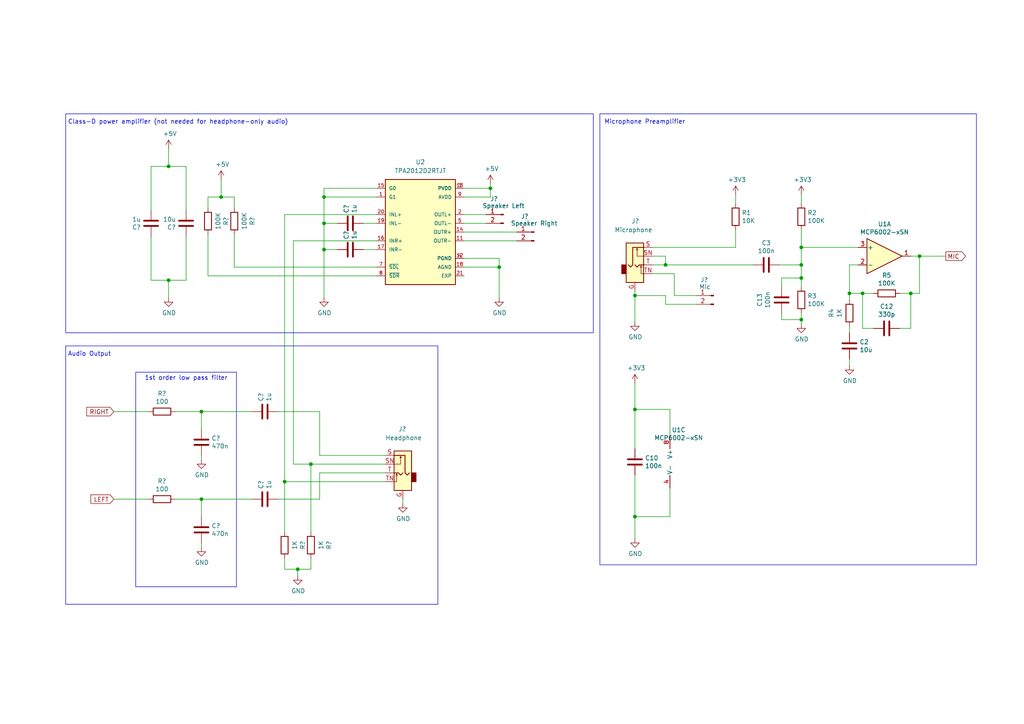
<source format=kicad_sch>
(kicad_sch (version 20230121) (generator eeschema)
  (paper "A4")
  (lib_symbols
    (symbol "Amplifier_Operational:MCP6002-xSN" (pin_names (offset 0.127))
      (property "Reference" "U" (at 0 5.08 0))
      (property "Value" "MCP6002-xSN" (at 0 -5.08 0))
      (symbol "MCP6002-xSN_1_1"
        (polyline (pts (xy -5.08 5.08) (xy 5.08 0) (xy -5.08 -5.08) (xy -5.08 5.08)) (stroke (width 0.254)) (fill (type background)))
        (pin output line (at 7.62 0 180) (length 2.54) (name "~") (number "1"))
        (pin input line (at -7.62 -2.54 0) (length 2.54) (name "-") (number "2"))
        (pin input line (at -7.62 2.54 0) (length 2.54) (name "+") (number "3"))
      )
      (symbol "MCP6002-xSN_2_1"
        (polyline (pts (xy -5.08 5.08) (xy 5.08 0) (xy -5.08 -5.08) (xy -5.08 5.08)) (stroke (width 0.254)) (fill (type background)))
        (pin input line (at -7.62 2.54 0) (length 2.54) (name "+") (number "5"))
        (pin input line (at -7.62 -2.54 0) (length 2.54) (name "-") (number "6"))
        (pin output line (at 7.62 0 180) (length 2.54) (name "~") (number "7"))
      )
      (symbol "MCP6002-xSN_3_1"
        (pin power_in line (at -2.54 -7.62 90) (length 3.81) (name "V-") (number "4"))
        (pin power_in line (at -2.54 7.62 270) (length 3.81) (name "V+") (number "8"))
      )
    )
    (symbol "Device:C" (pin_numbers hide) (pin_names (offset 0.254))
      (property "Reference" "C" (at 0.635 2.54 0))
      (property "Value" "C" (at 0.635 -2.54 0))
      (symbol "C_0_1"
        (polyline (pts (xy -2.032 -0.762) (xy 2.032 -0.762)) (stroke (width 0.508)))
        (polyline (pts (xy -2.032 0.762) (xy 2.032 0.762)) (stroke (width 0.508)))
      )
      (symbol "C_1_1"
        (pin passive line (at 0 3.81 270) (length 2.794) (name "~") (number "1"))
        (pin passive line (at 0 -3.81 90) (length 2.794) (name "~") (number "2"))
      )
    )
    (symbol "Device:R" (pin_numbers hide) (pin_names (offset 0))
      (property "Reference" "R" (at 2.032 0 90))
      (property "Value" "R" (at 0 0 90))
      (symbol "R_0_1"
        (rectangle (start -1.016 -2.54) (end 1.016 2.54) (stroke (width 0.254)))
      )
      (symbol "R_1_1"
        (pin passive line (at 0 3.81 270) (length 1.27) (name "~") (number "1"))
        (pin passive line (at 0 -3.81 90) (length 1.27) (name "~") (number "2"))
      )
    )
    (symbol "RADIO-rescue:AudioJack2_Ground_Switch-Connector"
      (property "Reference" "J" (at 0 11.43 0))
      (property "Value" "Connector_AudioJack2_Ground_Switch" (at 0 8.89 0))
      (symbol "AudioJack2_Ground_Switch-Connector_0_1"
        (rectangle (start -2.54 -2.54) (end -3.81 0) (stroke (width 0.254)) (fill (type outline)))
        (rectangle (start 2.54 6.35) (end -2.54 -5.08) (stroke (width 0.254)) (fill (type background)))
      )
      (symbol "AudioJack2_Ground_Switch-Connector_1_1"
        (polyline (pts (xy 0.635 4.826) (xy 0.889 4.318)))
        (polyline (pts (xy 1.778 -0.254) (xy 2.032 -0.762)))
        (polyline (pts (xy 0 0) (xy 0.635 -0.635) (xy 1.27 0) (xy 2.54 0)) (stroke (width 0.254)))
        (polyline (pts (xy 2.54 -2.54) (xy 1.778 -2.54) (xy 1.778 -0.254) (xy 1.524 -0.762)))
        (polyline (pts (xy 2.54 2.54) (xy 0.635 2.54) (xy 0.635 4.826) (xy 0.381 4.318)))
        (polyline (pts (xy 2.54 5.08) (xy -0.635 5.08) (xy -0.635 0) (xy -1.27 -0.635) (xy -1.905 0)) (stroke (width 0.254)))
        (pin passive line (at 0 -7.62 90) (length 2.54) (name "~") (number "G"))
        (pin passive line (at 5.08 5.08 180) (length 2.54) (name "~") (number "S"))
        (pin passive line (at 5.08 2.54 180) (length 2.54) (name "~") (number "SN"))
        (pin passive line (at 5.08 0 180) (length 2.54) (name "~") (number "T"))
        (pin passive line (at 5.08 -2.54 180) (length 2.54) (name "~") (number "TN"))
      )
    )
    (symbol "RADIO-rescue:Conn_01x02_Male-Connector" (pin_names (offset 1.016) hide)
      (property "Reference" "J" (at 0 2.54 0))
      (property "Value" "Connector_Conn_01x02_Male" (at 0 -5.08 0))
      (symbol "Conn_01x02_Male-Connector_1_1"
        (polyline (pts (xy 1.27 -2.54) (xy 0.8636 -2.54)) (stroke (width 0.1524)))
        (polyline (pts (xy 1.27 0) (xy 0.8636 0)) (stroke (width 0.1524)))
        (rectangle (start 0.8636 -2.413) (end 0 -2.667) (stroke (width 0.1524)) (fill (type outline)))
        (rectangle (start 0.8636 0.127) (end 0 -0.127) (stroke (width 0.1524)) (fill (type outline)))
        (pin passive line (at 5.08 0 180) (length 3.81) (name "Pin_1") (number "1"))
        (pin passive line (at 5.08 -2.54 180) (length 3.81) (name "Pin_2") (number "2"))
      )
    )
    (symbol "TPA2012D2RTJT:TPA2012D2RTJT" (pin_names (offset 1.016))
      (property "Reference" "U" (at -10.1758 15.2637 0))
      (property "Value" "TPA2012D2RTJT" (at -10.1771 -17.81 0))
      (symbol "TPA2012D2RTJT_0_0"
        (rectangle (start -10.16 -15.24) (end 10.16 15.24) (stroke (width 0.254)) (fill (type background)))
        (pin input line (at -12.7 10.16 0) (length 2.54) (name "G1") (number "1"))
        (pin output line (at 12.7 -2.54 180) (length 2.54) (name "OUTR-") (number "11"))
        (pin power_in line (at 12.7 -7.62 180) (length 2.54) (name "PGND") (number "12"))
        (pin power_in line (at 12.7 12.7 180) (length 2.54) (name "PVDD") (number "13"))
        (pin output line (at 12.7 0 180) (length 2.54) (name "OUTR+") (number "14"))
        (pin input line (at -12.7 12.7 0) (length 2.54) (name "G0") (number "15"))
        (pin input line (at -12.7 -2.54 0) (length 2.54) (name "INR+") (number "16"))
        (pin input line (at -12.7 -5.08 0) (length 2.54) (name "INR-") (number "17"))
        (pin power_in line (at 12.7 -10.16 180) (length 2.54) (name "AGND") (number "18"))
        (pin input line (at -12.7 2.54 0) (length 2.54) (name "INL-") (number "19"))
        (pin output line (at 12.7 5.08 180) (length 2.54) (name "OUTL+") (number "2"))
        (pin input line (at -12.7 5.08 0) (length 2.54) (name "INL+") (number "20"))
        (pin power_in line (at 12.7 -12.7 180) (length 2.54) (name "EXP") (number "21"))
        (pin power_in line (at 12.7 12.7 180) (length 2.54) (name "PVDD") (number "3"))
        (pin power_in line (at 12.7 -7.62 180) (length 2.54) (name "PGND") (number "4"))
        (pin output line (at 12.7 2.54 180) (length 2.54) (name "OUTL-") (number "5"))
        (pin input line (at -12.7 -10.16 0) (length 2.54) (name "~{SDL}") (number "7"))
        (pin input line (at -12.7 -12.7 0) (length 2.54) (name "~{SDR}") (number "8"))
        (pin power_in line (at 12.7 10.16 180) (length 2.54) (name "AVDD") (number "9"))
      )
    )
    (symbol "power:+3V3" (power) (pin_names (offset 0))
      (property "Value" "+3V3" (at 0 3.556 0))
      (symbol "+3V3_0_1"
        (polyline (pts (xy -0.762 1.27) (xy 0 2.54)))
        (polyline (pts (xy 0 0) (xy 0 2.54)))
        (polyline (pts (xy 0 2.54) (xy 0.762 1.27)))
      )
      (symbol "+3V3_1_1"
        (pin power_in line (at 0 0 90) (length 0) hide (name "+3V3") (number "1"))
      )
    )
    (symbol "power:+5V" (power) (pin_names (offset 0))
      (property "Value" "+5V" (at 0 3.556 0))
      (symbol "+5V_0_1"
        (polyline (pts (xy -0.762 1.27) (xy 0 2.54)))
        (polyline (pts (xy 0 0) (xy 0 2.54)))
        (polyline (pts (xy 0 2.54) (xy 0.762 1.27)))
      )
      (symbol "+5V_1_1"
        (pin power_in line (at 0 0 90) (length 0) hide (name "+5V") (number "1"))
      )
    )
    (symbol "power:GND" (power) (pin_names (offset 0))
      (property "Value" "GND" (at 0 -3.81 0))
      (symbol "GND_0_1"
        (polyline (pts (xy 0 0) (xy 0 -1.27) (xy 1.27 -1.27) (xy 0 -2.54) (xy -1.27 -1.27) (xy 0 -1.27)))
      )
      (symbol "GND_1_1"
        (pin power_in line (at 0 0 270) (length 0) hide (name "GND") (number "1"))
      )
    )
  )
  (junction (at 93.98 72.39))
  (junction (at 184.15 118.745))
  (junction (at 184.15 85.725))
  (junction (at 232.41 92.71))
  (junction (at 142.24 54.61))
  (junction (at 48.895 48.26))
  (junction (at 232.41 76.835))
  (junction (at 64.135 57.15))
  (junction (at 58.42 144.78))
  (junction (at 246.38 85.09))
  (junction (at 86.36 165.1))
  (junction (at 93.98 57.15))
  (junction (at 58.42 119.38))
  (junction (at 48.895 81.28))
  (junction (at 250.19 85.09))
  (junction (at 232.41 71.755))
  (junction (at 184.15 149.86))
  (junction (at 90.17 134.62))
  (junction (at 193.04 76.835))
  (junction (at 82.55 139.7))
  (junction (at 144.78 77.47))
  (junction (at 264.16 85.09))
  (junction (at 232.41 80.645))
  (junction (at 266.7 74.295))
  (junction (at 93.98 64.77))
  (wire (pts (xy 48.895 48.26) (xy 48.895 43.18)))
  (wire (pts (xy 184.15 84.455) (xy 184.15 85.725)))
  (wire (pts (xy 134.62 74.93) (xy 144.78 74.93)))
  (wire (pts (xy 92.71 137.16) (xy 92.71 144.78)))
  (wire (pts (xy 43.815 60.96) (xy 43.815 48.26)))
  (wire (pts (xy 232.41 80.645) (xy 232.41 83.185)))
  (wire (pts (xy 109.22 62.23) (xy 82.55 62.23)))
  (wire (pts (xy 109.22 54.61) (xy 93.98 54.61)))
  (polyline (pts (xy -131.445 -3.81) (xy -131.445 -3.175)))
  (wire (pts (xy 194.31 149.86) (xy 184.15 149.86)))
  (wire (pts (xy 246.38 104.14) (xy 246.38 106.045)))
  (wire (pts (xy 193.04 76.835) (xy 218.44 76.835)))
  (wire (pts (xy 226.695 80.645) (xy 232.41 80.645)))
  (wire (pts (xy 266.7 85.09) (xy 266.7 74.295)))
  (wire (pts (xy 134.62 57.15) (xy 142.24 57.15)))
  (wire (pts (xy 82.55 139.7) (xy 111.76 139.7)))
  (wire (pts (xy 92.71 132.08) (xy 92.71 119.38)))
  (wire (pts (xy 184.15 111.125) (xy 184.15 118.745)))
  (wire (pts (xy 232.41 71.755) (xy 248.92 71.755)))
  (wire (pts (xy 232.41 56.515) (xy 232.41 59.055)))
  (polyline (pts (xy 39.37 107.95) (xy 68.58 107.95)))
  (wire (pts (xy 93.98 64.77) (xy 93.98 72.39)))
  (wire (pts (xy 109.22 57.15) (xy 93.98 57.15)))
  (wire (pts (xy 86.36 167.005) (xy 86.36 165.1)))
  (wire (pts (xy 33.02 119.38) (xy 43.18 119.38)))
  (wire (pts (xy 246.38 85.09) (xy 246.38 76.835)))
  (wire (pts (xy 93.98 64.77) (xy 97.79 64.77)))
  (wire (pts (xy 226.06 76.835) (xy 232.41 76.835)))
  (wire (pts (xy 195.58 85.725) (xy 195.58 79.375)))
  (wire (pts (xy 189.23 76.835) (xy 193.04 76.835)))
  (wire (pts (xy 134.62 54.61) (xy 142.24 54.61)))
  (wire (pts (xy 253.365 85.09) (xy 250.19 85.09)))
  (wire (pts (xy 50.8 119.38) (xy 58.42 119.38)))
  (wire (pts (xy 232.41 90.805) (xy 232.41 92.71)))
  (wire (pts (xy 111.76 132.08) (xy 92.71 132.08)))
  (wire (pts (xy 201.93 85.725) (xy 195.58 85.725)))
  (wire (pts (xy 53.975 68.58) (xy 53.975 81.28)))
  (wire (pts (xy 184.15 85.725) (xy 184.15 93.345)))
  (wire (pts (xy 193.04 74.295) (xy 193.04 76.835)))
  (wire (pts (xy 213.36 66.675) (xy 213.36 71.755)))
  (wire (pts (xy 58.42 132.08) (xy 58.42 133.35)))
  (wire (pts (xy 93.98 72.39) (xy 93.98 86.36)))
  (wire (pts (xy 142.24 54.61) (xy 142.24 53.34)))
  (polyline (pts (xy 68.58 170.18) (xy 68.58 107.95)))
  (wire (pts (xy 53.975 60.96) (xy 53.975 48.26)))
  (wire (pts (xy 232.41 92.71) (xy 232.41 93.98)))
  (wire (pts (xy 111.76 137.16) (xy 92.71 137.16)))
  (wire (pts (xy 82.55 139.7) (xy 82.55 154.305)))
  (wire (pts (xy 58.42 157.48) (xy 58.42 158.75)))
  (wire (pts (xy 82.55 161.925) (xy 82.55 165.1)))
  (wire (pts (xy 226.695 83.185) (xy 226.695 80.645)))
  (polyline (pts (xy 39.37 170.18) (xy 68.58 170.18)))
  (wire (pts (xy 67.945 77.47) (xy 109.22 77.47)))
  (wire (pts (xy 60.325 57.15) (xy 60.325 60.325)))
  (wire (pts (xy 60.325 67.945) (xy 60.325 80.01)))
  (wire (pts (xy 134.62 77.47) (xy 144.78 77.47)))
  (wire (pts (xy 266.7 74.295) (xy 274.32 74.295)))
  (wire (pts (xy 189.23 74.295) (xy 193.04 74.295)))
  (wire (pts (xy 80.645 119.38) (xy 92.71 119.38)))
  (wire (pts (xy 134.62 67.31) (xy 149.86 67.31)))
  (wire (pts (xy 184.15 118.745) (xy 184.15 130.175)))
  (wire (pts (xy 64.135 57.15) (xy 64.135 52.07)))
  (wire (pts (xy 264.16 95.25) (xy 264.16 85.09)))
  (wire (pts (xy 90.17 165.1) (xy 90.17 161.925)))
  (wire (pts (xy 93.98 54.61) (xy 93.98 57.15)))
  (wire (pts (xy 250.19 85.09) (xy 246.38 85.09)))
  (wire (pts (xy 189.23 71.755) (xy 213.36 71.755)))
  (wire (pts (xy 90.17 134.62) (xy 90.17 154.305)))
  (wire (pts (xy 134.62 69.85) (xy 149.86 69.85)))
  (wire (pts (xy 80.645 144.78) (xy 92.71 144.78)))
  (wire (pts (xy 67.945 77.47) (xy 67.945 67.945)))
  (wire (pts (xy 67.945 57.15) (xy 64.135 57.15)))
  (wire (pts (xy 82.55 165.1) (xy 86.36 165.1)))
  (wire (pts (xy 134.62 62.23) (xy 140.97 62.23)))
  (wire (pts (xy 43.815 48.26) (xy 48.895 48.26)))
  (wire (pts (xy 43.815 68.58) (xy 43.815 81.28)))
  (wire (pts (xy 53.975 48.26) (xy 48.895 48.26)))
  (wire (pts (xy 93.98 57.15) (xy 93.98 64.77)))
  (wire (pts (xy 105.41 72.39) (xy 109.22 72.39)))
  (wire (pts (xy 144.78 77.47) (xy 144.78 86.36)))
  (wire (pts (xy 232.41 66.675) (xy 232.41 71.755)))
  (wire (pts (xy 116.84 144.78) (xy 116.84 146.05)))
  (polyline (pts (xy 39.37 107.95) (xy 39.37 170.18)))
  (wire (pts (xy 260.985 95.25) (xy 264.16 95.25)))
  (wire (pts (xy 60.325 57.15) (xy 64.135 57.15)))
  (wire (pts (xy 85.09 69.85) (xy 85.09 134.62)))
  (wire (pts (xy 90.17 134.62) (xy 85.09 134.62)))
  (wire (pts (xy 194.31 141.605) (xy 194.31 149.86)))
  (wire (pts (xy 246.38 85.09) (xy 246.38 86.995)))
  (wire (pts (xy 264.16 74.295) (xy 266.7 74.295)))
  (wire (pts (xy 246.38 94.615) (xy 246.38 96.52)))
  (wire (pts (xy 58.42 144.78) (xy 73.025 144.78)))
  (wire (pts (xy 82.55 62.23) (xy 82.55 139.7)))
  (wire (pts (xy 60.325 80.01) (xy 109.22 80.01)))
  (wire (pts (xy 142.24 57.15) (xy 142.24 54.61)))
  (wire (pts (xy 193.04 88.265) (xy 201.93 88.265)))
  (wire (pts (xy 144.78 74.93) (xy 144.78 77.47)))
  (polyline (pts (xy -140.97 -4.445) (xy -6.35 -4.445)))
  (wire (pts (xy 33.02 144.78) (xy 43.18 144.78)))
  (wire (pts (xy 193.04 85.725) (xy 193.04 88.265)))
  (wire (pts (xy 105.41 64.77) (xy 109.22 64.77)))
  (wire (pts (xy 250.19 95.25) (xy 250.19 85.09)))
  (wire (pts (xy 194.31 126.365) (xy 194.31 118.745)))
  (wire (pts (xy 260.985 85.09) (xy 264.16 85.09)))
  (wire (pts (xy 86.36 165.1) (xy 90.17 165.1)))
  (wire (pts (xy 246.38 76.835) (xy 248.92 76.835)))
  (wire (pts (xy 134.62 64.77) (xy 140.97 64.77)))
  (wire (pts (xy 67.945 57.15) (xy 67.945 60.325)))
  (wire (pts (xy 109.22 69.85) (xy 85.09 69.85)))
  (wire (pts (xy 48.895 81.28) (xy 53.975 81.28)))
  (wire (pts (xy 184.15 137.795) (xy 184.15 149.86)))
  (wire (pts (xy 184.15 149.86) (xy 184.15 156.21)))
  (wire (pts (xy 184.15 85.725) (xy 193.04 85.725)))
  (wire (pts (xy 58.42 119.38) (xy 73.025 119.38)))
  (wire (pts (xy 111.76 134.62) (xy 90.17 134.62)))
  (wire (pts (xy 213.36 56.515) (xy 213.36 59.055)))
  (wire (pts (xy 43.815 81.28) (xy 48.895 81.28)))
  (wire (pts (xy 232.41 71.755) (xy 232.41 76.835)))
  (wire (pts (xy 226.695 90.805) (xy 226.695 92.71)))
  (wire (pts (xy 253.365 95.25) (xy 250.19 95.25)))
  (wire (pts (xy 194.31 118.745) (xy 184.15 118.745)))
  (wire (pts (xy 189.23 79.375) (xy 195.58 79.375)))
  (wire (pts (xy 93.98 72.39) (xy 97.79 72.39)))
  (wire (pts (xy 58.42 119.38) (xy 58.42 124.46)))
  (wire (pts (xy 264.16 85.09) (xy 266.7 85.09)))
  (wire (pts (xy 48.895 81.28) (xy 48.895 86.36)))
  (wire (pts (xy 226.695 92.71) (xy 232.41 92.71)))
  (wire (pts (xy 58.42 144.78) (xy 58.42 149.86)))
  (wire (pts (xy 232.41 76.835) (xy 232.41 80.645)))
  (wire (pts (xy 50.8 144.78) (xy 58.42 144.78)))
  (rectangle (start 19.05 33.02) (end 172.085 96.52))
  (rectangle (start 19.05 100.33) (end 127 175.26))
  (rectangle (start 173.99 33.02) (end 283.21 163.83))
  (text "1st order low pass filter" (at 66.04 110.49 0) (effects (font (size 1.27 1.27)) (justify right bottom)))
  (text "Microphone Preamplifier" (at -107.315 -0.635 0) (effects (font (size 1.27 1.27)) (justify right bottom)))
  (text "Microphone Preamplifier" (at 175.26 36.195 0) (effects (font (size 1.27 1.27)) (justify left bottom)))
  (text "Audio Output" (at 19.685 103.505 0) (effects (font (size 1.27 1.27)) (justify left bottom)))
  (text "Class-D power amplifier (not needed for headphone-only audio)" (at 19.685 36.195 0) (effects (font (size 1.27 1.27)) (justify left bottom)))
  (global_label "MIC" (shape output) (at 274.32 74.295 0) (property "Intersheetrefs" "${INTERSHEET_REFS}" (effects hide)))
  (global_label "RIGHT" (shape input) (at 33.02 119.38 180) (property "Intersheetrefs" "${INTERSHEET_REFS}" (effects hide)))
  (global_label "LEFT" (shape input) (at 33.02 144.78 180) (property "Intersheetrefs" "${INTERSHEET_REFS}" (effects hide)))
  (symbol (lib_id "TPA2012D2RTJT:TPA2012D2RTJT") (at 121.92 67.31 0) (unit 1)
    (property "Reference" "U2" (at 121.92 46.99 0))
    (property "Value" "TPA2012D2RTJT" (at 121.92 49.53 0))
    (property "Footprint" "things:QFN50P400X400X80-21N270X270" (effects hide))
    (property "DigiKey_Part_Number" "296-26878-2-ND" (effects hide))
    (property "MF" "Texas Instruments" (effects hide))
    (property "Purchase-URL" "https://www.snapeda.com/api/url_track_click_mouser/?unipart_id=87090&manufacturer=Texas Instruments&part_name=TPA2012D2RTJT&search_term=None" (effects hide))
    (property "Package" "WQFN-20 Texas Instruments" (effects hide))
    (property "Check_prices" "https://www.snapeda.com/parts/TPA2012D2RTJT/Texas+Instruments/view-part/?ref=eda" (effects hide))
    (property "STANDARD" "IPC-7351B" (effects hide))
    (property "PARTREV" "NA" (effects hide))
    (property "SnapEDA_Link" "https://www.snapeda.com/parts/TPA2012D2RTJT/Texas+Instruments/view-part/?ref=snap" (effects hide))
    (property "MP" "TPA2012D2RTJT" (effects hide))
    (property "Description" "\n2.1-W, stereo, analog input Class-D audio amp with selectable gain\n" (effects hide))
    (property "MANUFACTURER" "TEXAS INSTRUMENTS" (effects hide))
  )
  (symbol (lib_id "RADIO-rescue:Conn_01x02_Male-Connector") (at 154.94 67.31 0) (mirror y) (unit 1)
    (property "Reference" "J?" (at 152.1968 62.7634 0))
    (property "Value" "Speaker Right" (at 154.94 64.77 0))
    (property "Footprint" "Connector_PinHeader_2.54mm:PinHeader_1x02_P2.54mm_Vertical" (effects hide))
    (instances (project "RADIO" (path "" (reference "J?") (unit 1))) (project "things" (path "" (reference "J?") (unit 1)) (path "" (reference "J5") (unit 1))))
  )
  (symbol (lib_id "power:+3V3") (at 232.41 56.515 0) (unit 1)
    (property "Reference" "#PWR03" (effects hide))
    (property "Value" "+3V3" (at 232.791 52.1208 0))
    (instances (project "things" (path "" (reference "#PWR03") (unit 1))) (project "audio" (path "" (reference "#PWR?") (unit 1))))
  )
  (symbol (lib_id "power:GND") (at 86.36 167.005 0) (unit 1)
    (property "Reference" "#PWR?" (effects hide))
    (property "Value" "GND" (at 86.487 171.3992 0))
    (instances (project "RADIO" (path "" (reference "#PWR?") (unit 1))) (project "things" (path "" (reference "#PWR?") (unit 1)) (path "" (reference "#PWR027") (unit 1))))
  )
  (symbol (lib_id "Device:C") (at 58.42 153.67 0) (unit 1)
    (property "Reference" "C?" (at 61.341 152.527 0) (effects (justify left)))
    (property "Value" "470n" (at 61.341 154.813 0) (effects (justify left)))
    (property "Footprint" "Capacitor_SMD:C_0805_2012Metric" (effects hide))
    (instances (project "RADIO" (path "" (reference "C?") (unit 1))) (project "things" (path "" (reference "C?") (unit 1)) (path "" (reference "C8") (unit 1))))
  )
  (symbol (lib_id "power:+3V3") (at 213.36 56.515 0) (unit 1)
    (property "Reference" "#PWR02" (effects hide))
    (property "Value" "+3V3" (at 213.741 52.1208 0))
    (instances (project "things" (path "" (reference "#PWR02") (unit 1))) (project "audio" (path "" (reference "#PWR?") (unit 1))))
  )
  (symbol (lib_id "Device:R") (at 213.36 62.865 0) (unit 1)
    (property "Reference" "R1" (at 215.138 61.722 0) (effects (justify left)))
    (property "Value" "10K" (at 215.138 64.008 0) (effects (justify left)))
    (property "Footprint" "Resistor_SMD:R_0805_2012Metric" (effects hide))
    (instances (project "things" (path "" (reference "R1") (unit 1))) (project "audio" (path "" (reference "R?") (unit 1))))
  )
  (symbol (lib_id "Device:R") (at 60.325 64.135 0) (unit 1)
    (property "Reference" "R?" (at 65.5574 64.135 90))
    (property "Value" "100K" (at 63.246 64.135 90))
    (property "Footprint" "Resistor_SMD:R_0805_2012Metric" (effects hide))
    (instances (project "RADIO" (path "" (reference "R?") (unit 1))) (project "things" (path "" (reference "R?") (unit 1)) (path "" (reference "R9") (unit 1))))
  )
  (symbol (lib_id "Device:C") (at 257.175 95.25 90) (unit 1)
    (property "Reference" "C12" (at 257.175 88.8746 90))
    (property "Value" "330p" (at 257.175 91.186 90))
    (property "Footprint" "Capacitor_SMD:C_0805_2012Metric" (effects hide))
    (instances (project "things" (path "" (reference "C12") (unit 1))) (project "audio" (path "" (reference "C?") (unit 1))))
  )
  (symbol (lib_id "power:GND") (at 93.98 86.36 0) (unit 1)
    (property "Reference" "#PWR?" (effects hide))
    (property "Value" "GND" (at 94.107 90.7542 0))
    (instances (project "RADIO" (path "" (reference "#PWR?") (unit 1))) (project "things" (path "" (reference "#PWR?") (unit 1)) (path "" (reference "#PWR07") (unit 1))))
  )
  (symbol (lib_id "power:+5V") (at 48.895 43.18 0) (unit 1)
    (property "Reference" "#PWR?" (effects hide))
    (property "Value" "+5V" (at 49.276 38.7858 0))
    (instances (project "RADIO" (path "" (reference "#PWR?") (unit 1))) (project "things" (path "" (reference "#PWR?") (unit 1)) (path "" (reference "#PWR029") (unit 1))))
  )
  (symbol (lib_id "Device:R") (at 82.55 158.115 0) (unit 1)
    (property "Reference" "R?" (at 87.7824 158.115 90))
    (property "Value" "1K" (at 85.471 158.115 90))
    (property "Footprint" "Resistor_SMD:R_0805_2012Metric" (effects hide))
    (instances (project "RADIO" (path "" (reference "R?") (unit 1))) (project "things" (path "" (reference "R?") (unit 1)) (path "" (reference "R10") (unit 1))))
  )
  (symbol (lib_id "Amplifier_Operational:MCP6002-xSN") (at 256.54 74.295 0) (unit 1)
    (property "Reference" "U1" (at 256.54 64.9986 0))
    (property "Value" "MCP6002-xSN" (at 256.54 67.31 0))
    (property "Footprint" "Package_SO:SOIC-8_3.9x4.9mm_P1.27mm" (effects hide))
    (property "Datasheet" "http://ww1.microchip.com/downloads/en/DeviceDoc/21733j.pdf" (effects hide))
    (instances (project "things" (path "" (reference "U1") (unit 1))) (project "audio" (path "" (reference "U?") (unit 1))))
  )
  (symbol (lib_id "Device:R") (at 67.945 64.135 0) (unit 1)
    (property "Reference" "R?" (at 73.1774 64.135 90))
    (property "Value" "100K" (at 70.866 64.135 90))
    (property "Footprint" "Resistor_SMD:R_0805_2012Metric" (effects hide))
    (instances (project "RADIO" (path "" (reference "R?") (unit 1))) (project "things" (path "" (reference "R?") (unit 1)) (path "" (reference "R8") (unit 1))))
  )
  (symbol (lib_id "RADIO-rescue:AudioJack2_Ground_Switch-Connector") (at 184.15 76.835 0) (unit 1)
    (property "Reference" "J?" (at 185.42 64.135 0) (effects (justify right)))
    (property "Value" "Microphone" (at 189.23 66.675 0) (effects (justify right)))
    (property "Footprint" "things:jack3.5mm switched" (effects hide))
    (instances (project "RADIO" (path "" (reference "J?") (unit 1)) (path "" (reference "J?") (unit 1))) (project "things" (path "" (reference "J?") (unit 1)) (path "" (reference "J1") (unit 1))))
  )
  (symbol (lib_id "Amplifier_Operational:MCP6002-xSN") (at 196.85 133.985 0) (unit 3)
    (property "Reference" "U1" (at 196.85 124.6886 0))
    (property "Value" "MCP6002-xSN" (at 196.85 127 0))
    (property "Footprint" "Package_SO:SOIC-8_3.9x4.9mm_P1.27mm" (effects hide))
    (property "Datasheet" "http://ww1.microchip.com/downloads/en/DeviceDoc/21733j.pdf" (effects hide))
    (instances (project "things" (path "" (reference "U1") (unit 3))) (project "audio" (path "" (reference "U?") (unit 1))))
  )
  (symbol (lib_id "RADIO-rescue:Conn_01x02_Male-Connector") (at 207.01 85.725 0) (mirror y) (unit 1)
    (property "Reference" "J?" (at 204.2668 81.1784 0))
    (property "Value" "Mic" (at 204.47 83.185 0))
    (property "Footprint" "Connector_PinHeader_2.54mm:PinHeader_1x02_P2.54mm_Vertical" (effects hide))
    (instances (project "RADIO" (path "" (reference "J?") (unit 1))) (project "things" (path "" (reference "J?") (unit 1)) (path "" (reference "J2") (unit 1))))
  )
  (symbol (lib_id "Device:C") (at 222.25 76.835 90) (unit 1)
    (property "Reference" "C3" (at 222.25 70.4596 90))
    (property "Value" "100n" (at 222.25 72.771 90))
    (property "Footprint" "Capacitor_SMD:C_0805_2012Metric" (effects hide))
    (instances (project "things" (path "" (reference "C3") (unit 1))) (project "audio" (path "" (reference "C?") (unit 1))))
  )
  (symbol (lib_id "power:GND") (at 184.15 93.345 0) (unit 1)
    (property "Reference" "#PWR01" (effects hide))
    (property "Value" "GND" (at 184.277 97.7392 0))
    (instances (project "things" (path "" (reference "#PWR01") (unit 1))) (project "audio" (path "" (reference "#PWR?") (unit 1))))
  )
  (symbol (lib_id "Device:C") (at 76.835 144.78 90) (unit 1)
    (property "Reference" "C?" (at 75.692 141.859 0) (effects (justify left)))
    (property "Value" "1u" (at 77.978 141.859 0) (effects (justify left)))
    (property "Footprint" "Capacitor_SMD:C_0805_2012Metric" (effects hide))
    (instances (project "RADIO" (path "" (reference "C?") (unit 1))) (project "things" (path "" (reference "C?") (unit 1)) (path "" (reference "C6") (unit 1))))
  )
  (symbol (lib_id "power:GND") (at 232.41 93.98 0) (unit 1)
    (property "Reference" "#PWR04" (effects hide))
    (property "Value" "GND" (at 232.537 98.3742 0))
    (instances (project "things" (path "" (reference "#PWR04") (unit 1))) (project "audio" (path "" (reference "#PWR?") (unit 1))))
  )
  (symbol (lib_id "power:+5V") (at 64.135 52.07 0) (unit 1)
    (property "Reference" "#PWR?" (effects hide))
    (property "Value" "+5V" (at 64.516 47.6758 0))
    (instances (project "RADIO" (path "" (reference "#PWR?") (unit 1))) (project "things" (path "" (reference "#PWR?") (unit 1)) (path "" (reference "#PWR028") (unit 1))))
  )
  (symbol (lib_id "power:GND") (at 58.42 133.35 0) (unit 1)
    (property "Reference" "#PWR?" (effects hide))
    (property "Value" "GND" (at 58.547 137.7442 0))
    (instances (project "RADIO" (path "" (reference "#PWR?") (unit 1))) (project "things" (path "" (reference "#PWR?") (unit 1)) (path "" (reference "#PWR05") (unit 1))))
  )
  (symbol (lib_id "power:GND") (at 48.895 86.36 0) (unit 1)
    (property "Reference" "#PWR?" (effects hide))
    (property "Value" "GND" (at 49.022 90.7542 0))
    (instances (project "RADIO" (path "" (reference "#PWR?") (unit 1))) (project "things" (path "" (reference "#PWR?") (unit 1)) (path "" (reference "#PWR030") (unit 1))))
  )
  (symbol (lib_id "Device:R") (at 90.17 158.115 0) (unit 1)
    (property "Reference" "R?" (at 95.4024 158.115 90))
    (property "Value" "1K" (at 93.091 158.115 90))
    (property "Footprint" "Resistor_SMD:R_0805_2012Metric" (effects hide))
    (instances (project "RADIO" (path "" (reference "R?") (unit 1))) (project "things" (path "" (reference "R?") (unit 1)) (path "" (reference "R11") (unit 1))))
  )
  (symbol (lib_id "power:GND") (at 58.42 158.75 0) (unit 1)
    (property "Reference" "#PWR?" (effects hide))
    (property "Value" "GND" (at 58.547 163.1442 0))
    (instances (project "RADIO" (path "" (reference "#PWR?") (unit 1))) (project "things" (path "" (reference "#PWR?") (unit 1)) (path "" (reference "#PWR06") (unit 1))))
  )
  (symbol (lib_id "power:GND") (at 184.15 156.21 0) (unit 1)
    (property "Reference" "#PWR032" (effects hide))
    (property "Value" "GND" (at 184.277 160.6042 0))
    (instances (project "things" (path "" (reference "#PWR032") (unit 1))) (project "audio" (path "" (reference "#PWR?") (unit 1))))
  )
  (symbol (lib_id "RADIO-rescue:Conn_01x02_Male-Connector") (at 146.05 62.23 0) (mirror y) (unit 1)
    (property "Reference" "J?" (at 143.3068 57.6834 0))
    (property "Value" "Speaker Left" (at 146.05 59.69 0))
    (property "Footprint" "Connector_PinHeader_2.54mm:PinHeader_1x02_P2.54mm_Vertical" (effects hide))
    (instances (project "RADIO" (path "" (reference "J?") (unit 1))) (project "things" (path "" (reference "J?") (unit 1)) (path "" (reference "J4") (unit 1))))
  )
  (symbol (lib_id "Device:C") (at 43.815 64.77 180) (unit 1)
    (property "Reference" "C?" (at 40.894 65.913 0) (effects (justify left)))
    (property "Value" "1u" (at 40.894 63.627 0) (effects (justify left)))
    (property "Footprint" "Capacitor_SMD:C_0805_2012Metric" (effects hide))
    (instances (project "RADIO" (path "" (reference "C?") (unit 1))) (project "things" (path "" (reference "C?") (unit 1)) (path "" (reference "C9") (unit 1))))
  )
  (symbol (lib_id "Device:R") (at 232.41 62.865 0) (unit 1)
    (property "Reference" "R2" (at 234.188 61.722 0) (effects (justify left)))
    (property "Value" "100K" (at 234.188 64.008 0) (effects (justify left)))
    (property "Footprint" "Resistor_SMD:R_0805_2012Metric" (effects hide))
    (instances (project "things" (path "" (reference "R2") (unit 1))) (project "audio" (path "" (reference "R?") (unit 1))))
  )
  (symbol (lib_id "Device:R") (at 46.99 144.78 90) (unit 1)
    (property "Reference" "R?" (at 46.99 139.5476 90))
    (property "Value" "100" (at 46.99 141.859 90))
    (property "Footprint" "Resistor_SMD:R_0805_2012Metric" (effects hide))
    (instances (project "RADIO" (path "" (reference "R?") (unit 1))) (project "things" (path "" (reference "R?") (unit 1)) (path "" (reference "R7") (unit 1))))
  )
  (symbol (lib_id "Device:C") (at 226.695 86.995 180) (unit 1)
    (property "Reference" "C13" (at 220.3196 86.995 90))
    (property "Value" "100n" (at 222.631 86.995 90))
    (property "Footprint" "Capacitor_SMD:C_0805_2012Metric" (effects hide))
    (instances (project "things" (path "" (reference "C13") (unit 1))) (project "audio" (path "" (reference "C?") (unit 1))))
  )
  (symbol (lib_id "power:GND") (at 246.38 106.045 0) (unit 1)
    (property "Reference" "#PWR025" (effects hide))
    (property "Value" "GND" (at 246.507 110.4392 0))
    (instances (project "things" (path "" (reference "#PWR025") (unit 1))) (project "audio" (path "" (reference "#PWR?") (unit 1))))
  )
  (symbol (lib_id "Device:C") (at 101.6 72.39 90) (unit 1)
    (property "Reference" "C?" (at 100.457 69.469 0) (effects (justify left)))
    (property "Value" "1u" (at 102.743 69.469 0) (effects (justify left)))
    (property "Footprint" "Capacitor_SMD:C_0805_2012Metric" (effects hide))
    (instances (project "RADIO" (path "" (reference "C?") (unit 1))) (project "things" (path "" (reference "C?") (unit 1)) (path "" (reference "C11") (unit 1))))
  )
  (symbol (lib_id "Device:R") (at 232.41 86.995 0) (unit 1)
    (property "Reference" "R3" (at 234.188 85.852 0) (effects (justify left)))
    (property "Value" "100K" (at 234.188 88.138 0) (effects (justify left)))
    (property "Footprint" "Resistor_SMD:R_0805_2012Metric" (effects hide))
    (instances (project "things" (path "" (reference "R3") (unit 1))) (project "audio" (path "" (reference "R?") (unit 1))))
  )
  (symbol (lib_id "Device:C") (at 101.6 64.77 90) (unit 1)
    (property "Reference" "C?" (at 100.457 61.849 0) (effects (justify left)))
    (property "Value" "1u" (at 102.743 61.849 0) (effects (justify left)))
    (property "Footprint" "Capacitor_SMD:C_0805_2012Metric" (effects hide))
    (instances (project "RADIO" (path "" (reference "C?") (unit 1))) (project "things" (path "" (reference "C?") (unit 1)) (path "" (reference "C4") (unit 1))))
  )
  (symbol (lib_id "Device:C") (at 76.835 119.38 90) (unit 1)
    (property "Reference" "C?" (at 75.692 116.459 0) (effects (justify left)))
    (property "Value" "1u" (at 77.978 116.459 0) (effects (justify left)))
    (property "Footprint" "Capacitor_SMD:C_0805_2012Metric" (effects hide))
    (instances (project "RADIO" (path "" (reference "C?") (unit 1))) (project "things" (path "" (reference "C?") (unit 1)) (path "" (reference "C5") (unit 1))))
  )
  (symbol (lib_id "Device:C") (at 58.42 128.27 0) (unit 1)
    (property "Reference" "C?" (at 61.341 127.127 0) (effects (justify left)))
    (property "Value" "470n" (at 61.341 129.413 0) (effects (justify left)))
    (property "Footprint" "Capacitor_SMD:C_0805_2012Metric" (effects hide))
    (instances (project "RADIO" (path "" (reference "C?") (unit 1))) (project "things" (path "" (reference "C?") (unit 1)) (path "" (reference "C7") (unit 1))))
  )
  (symbol (lib_id "Device:R") (at 246.38 90.805 180) (unit 1)
    (property "Reference" "R4" (at 241.1476 90.805 90))
    (property "Value" "1K" (at 243.459 90.805 90))
    (property "Footprint" "Resistor_SMD:R_0805_2012Metric" (effects hide))
    (instances (project "things" (path "" (reference "R4") (unit 1))) (project "audio" (path "" (reference "R?") (unit 1))))
  )
  (symbol (lib_id "Device:C") (at 246.38 100.33 0) (unit 1)
    (property "Reference" "C2" (at 249.301 99.187 0) (effects (justify left)))
    (property "Value" "10u" (at 249.301 101.473 0) (effects (justify left)))
    (property "Footprint" "Capacitor_SMD:C_0805_2012Metric" (effects hide))
    (instances (project "things" (path "" (reference "C2") (unit 1))) (project "audio" (path "" (reference "C?") (unit 1))))
  )
  (symbol (lib_id "Device:R") (at 257.175 85.09 90) (unit 1)
    (property "Reference" "R5" (at 257.175 79.8576 90))
    (property "Value" "100K" (at 257.175 82.169 90))
    (property "Footprint" "Resistor_SMD:R_0805_2012Metric" (effects hide))
    (instances (project "things" (path "" (reference "R5") (unit 1))) (project "audio" (path "" (reference "R?") (unit 1))))
  )
  (symbol (lib_id "power:+3V3") (at 184.15 111.125 0) (unit 1)
    (property "Reference" "#PWR031" (effects hide))
    (property "Value" "+3V3" (at 184.531 106.7308 0))
    (instances (project "things" (path "" (reference "#PWR031") (unit 1))) (project "audio" (path "" (reference "#PWR?") (unit 1))))
  )
  (symbol (lib_id "power:+5V") (at 142.24 53.34 0) (unit 1)
    (property "Reference" "#PWR?" (effects hide))
    (property "Value" "+5V" (at 142.621 48.9458 0))
    (instances (project "RADIO" (path "" (reference "#PWR?") (unit 1))) (project "things" (path "" (reference "#PWR?") (unit 1)) (path "" (reference "#PWR09") (unit 1))))
  )
  (symbol (lib_id "Device:C") (at 184.15 133.985 0) (unit 1)
    (property "Reference" "C10" (at 187.071 132.842 0) (effects (justify left)))
    (property "Value" "100n" (at 187.071 135.128 0) (effects (justify left)))
    (property "Footprint" "Capacitor_SMD:C_0805_2012Metric" (effects hide))
    (instances (project "things" (path "" (reference "C10") (unit 1))) (project "audio" (path "" (reference "C?") (unit 1))))
  )
  (symbol (lib_id "Device:R") (at 46.99 119.38 90) (unit 1)
    (property "Reference" "R?" (at 46.99 114.1476 90))
    (property "Value" "100" (at 46.99 116.459 90))
    (property "Footprint" "Resistor_SMD:R_0805_2012Metric" (effects hide))
    (instances (project "RADIO" (path "" (reference "R?") (unit 1))) (project "things" (path "" (reference "R?") (unit 1)) (path "" (reference "R6") (unit 1))))
  )
  (symbol (lib_id "RADIO-rescue:AudioJack2_Ground_Switch-Connector") (at 116.84 137.16 0) (mirror y) (unit 1)
    (property "Reference" "J?" (at 115.57 124.46 0) (effects (justify right)))
    (property "Value" "Headphone" (at 111.76 127 0) (effects (justify right)))
    (property "Footprint" "things:jack3.5mm switched" (effects hide))
    (instances (project "RADIO" (path "" (reference "J?") (unit 1)) (path "" (reference "J?") (unit 1))) (project "things" (path "" (reference "J?") (unit 1)) (path "" (reference "J3") (unit 1))))
  )
  (symbol (lib_id "power:GND") (at 116.84 146.05 0) (unit 1)
    (property "Reference" "#PWR?" (effects hide))
    (property "Value" "GND" (at 116.967 150.4442 0))
    (instances (project "RADIO" (path "" (reference "#PWR?") (unit 1))) (project "things" (path "" (reference "#PWR?") (unit 1)) (path "" (reference "#PWR08") (unit 1))))
  )
  (symbol (lib_id "power:GND") (at 144.78 86.36 0) (unit 1)
    (property "Reference" "#PWR?" (effects hide))
    (property "Value" "GND" (at 144.907 90.7542 0))
    (instances (project "RADIO" (path "" (reference "#PWR?") (unit 1))) (project "things" (path "" (reference "#PWR?") (unit 1)) (path "" (reference "#PWR010") (unit 1))))
  )
  (symbol (lib_id "Device:C") (at 53.975 64.77 180) (unit 1)
    (property "Reference" "C?" (at 51.054 65.913 0) (effects (justify left)))
    (property "Value" "10u" (at 51.054 63.627 0) (effects (justify left)))
    (property "Footprint" "Capacitor_SMD:C_0805_2012Metric" (effects hide))
    (instances (project "RADIO" (path "" (reference "C?") (unit 1))) (project "things" (path "" (reference "C?") (unit 1)) (path "" (reference "C1") (unit 1))))
  )
)
</source>
